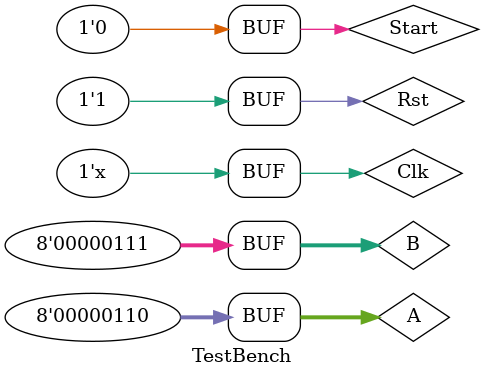
<source format=v>
`timescale 1ns / 1ps

module TestBench;

	// Inputs
	reg Clk;
	reg Rst;
	reg Start;
	reg [7:0] A;
	reg [7:0] B;

	// Outputs
	wire [15:0] RC;
	wire Stop;

	Mult uut (
		.Clk(Clk), 
		.Rst(Rst), 
		.Start(Start), 
		.A(A), 
		.B(B), 
		.RC(RC), 
		.Stop(Stop)
	);

	initial begin
		Clk = 0;
		Rst = 0;
		Start = 0;
		A = 6;
		B = 7;
		#20;
      Rst=1; 
		#10;
		Start=1;
		#20;
		Start=0;
		// Add stimulus here

	end
      always #5 Clk=~Clk;
endmodule


</source>
